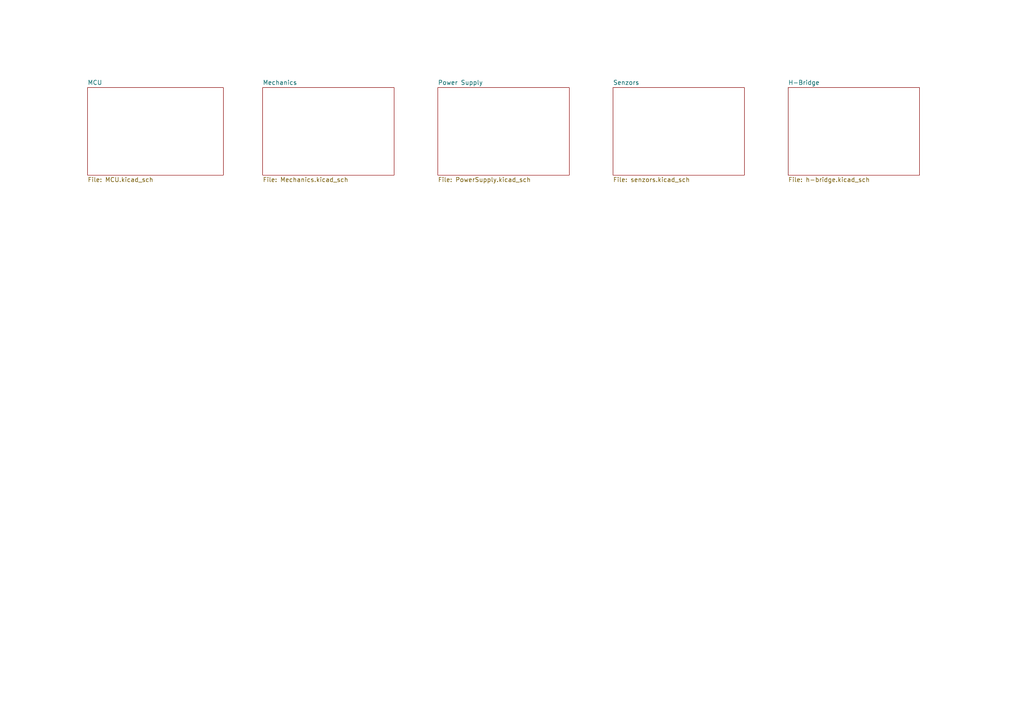
<source format=kicad_sch>
(kicad_sch
	(version 20250114)
	(generator "eeschema")
	(generator_version "9.0")
	(uuid "899e19a4-a8ef-484e-b5cf-c14e7264181f")
	(paper "A4")
	(lib_symbols)
	(sheet
		(at 127 25.4)
		(size 38.1 25.4)
		(exclude_from_sim no)
		(in_bom yes)
		(on_board yes)
		(dnp no)
		(fields_autoplaced yes)
		(stroke
			(width 0.1524)
			(type solid)
		)
		(fill
			(color 255 255 255 1.0000)
		)
		(uuid "280ed9a1-d429-455a-b1b6-c044f3773209")
		(property "Sheetname" "Power Supply"
			(at 127 24.6884 0)
			(effects
				(font
					(size 1.27 1.27)
				)
				(justify left bottom)
			)
		)
		(property "Sheetfile" "PowerSupply.kicad_sch"
			(at 127 51.3846 0)
			(effects
				(font
					(size 1.27 1.27)
				)
				(justify left top)
			)
		)
		(instances
			(project "MK3_v1.5"
				(path "/899e19a4-a8ef-484e-b5cf-c14e7264181f"
					(page "4")
				)
			)
		)
	)
	(sheet
		(at 177.8 25.4)
		(size 38.1 25.4)
		(exclude_from_sim no)
		(in_bom yes)
		(on_board yes)
		(dnp no)
		(fields_autoplaced yes)
		(stroke
			(width 0.1524)
			(type solid)
		)
		(fill
			(color 255 255 255 1.0000)
		)
		(uuid "58c3be5c-d4a9-4e42-838a-075f199f5ace")
		(property "Sheetname" "Senzors"
			(at 177.8 24.6884 0)
			(effects
				(font
					(size 1.27 1.27)
				)
				(justify left bottom)
			)
		)
		(property "Sheetfile" "senzors.kicad_sch"
			(at 177.8 51.3846 0)
			(effects
				(font
					(size 1.27 1.27)
				)
				(justify left top)
			)
		)
		(instances
			(project "MK3_v1.5"
				(path "/899e19a4-a8ef-484e-b5cf-c14e7264181f"
					(page "5")
				)
			)
		)
	)
	(sheet
		(at 76.2 25.4)
		(size 38.1 25.4)
		(exclude_from_sim no)
		(in_bom yes)
		(on_board yes)
		(dnp no)
		(fields_autoplaced yes)
		(stroke
			(width 0.1524)
			(type solid)
		)
		(fill
			(color 255 255 255 1.0000)
		)
		(uuid "ab7c90ca-aee8-493d-b112-305c2d0408ad")
		(property "Sheetname" "Mechanics"
			(at 76.2 24.6884 0)
			(effects
				(font
					(size 1.27 1.27)
				)
				(justify left bottom)
			)
		)
		(property "Sheetfile" "Mechanics.kicad_sch"
			(at 76.2 51.3846 0)
			(effects
				(font
					(size 1.27 1.27)
				)
				(justify left top)
			)
		)
		(instances
			(project "MK3_v1.5"
				(path "/899e19a4-a8ef-484e-b5cf-c14e7264181f"
					(page "3")
				)
			)
		)
	)
	(sheet
		(at 228.6 25.4)
		(size 38.1 25.4)
		(exclude_from_sim no)
		(in_bom yes)
		(on_board yes)
		(dnp no)
		(fields_autoplaced yes)
		(stroke
			(width 0.1524)
			(type solid)
		)
		(fill
			(color 255 255 255 1.0000)
		)
		(uuid "be945f2d-1b20-4a28-99ea-a6fdd56f689c")
		(property "Sheetname" "H-Bridge"
			(at 228.6 24.6884 0)
			(effects
				(font
					(size 1.27 1.27)
				)
				(justify left bottom)
			)
		)
		(property "Sheetfile" "h-bridge.kicad_sch"
			(at 228.6 51.3846 0)
			(effects
				(font
					(size 1.27 1.27)
				)
				(justify left top)
			)
		)
		(instances
			(project "MK3_v1.5"
				(path "/899e19a4-a8ef-484e-b5cf-c14e7264181f"
					(page "6")
				)
			)
		)
	)
	(sheet
		(at 25.4 25.4)
		(size 39.37 25.4)
		(exclude_from_sim no)
		(in_bom yes)
		(on_board yes)
		(dnp no)
		(fields_autoplaced yes)
		(stroke
			(width 0.1524)
			(type solid)
		)
		(fill
			(color 255 255 255 1.0000)
		)
		(uuid "c9640e96-6040-4493-9c87-7531a74f42c8")
		(property "Sheetname" "MCU"
			(at 25.4 24.6884 0)
			(effects
				(font
					(size 1.27 1.27)
				)
				(justify left bottom)
			)
		)
		(property "Sheetfile" "MCU.kicad_sch"
			(at 25.4 51.3846 0)
			(effects
				(font
					(size 1.27 1.27)
				)
				(justify left top)
			)
		)
		(instances
			(project "MK3_v1.5"
				(path "/899e19a4-a8ef-484e-b5cf-c14e7264181f"
					(page "2")
				)
			)
		)
	)
	(sheet_instances
		(path "/"
			(page "1")
		)
	)
	(embedded_fonts no)
)

</source>
